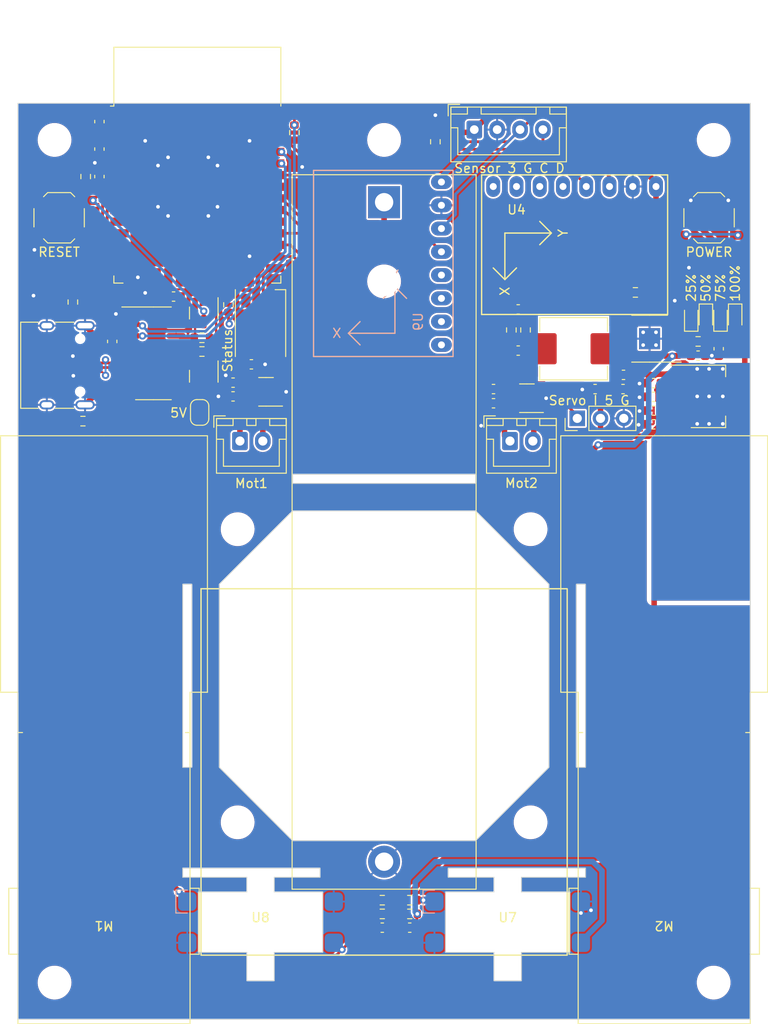
<source format=kicad_pcb>
(kicad_pcb (version 20221018) (generator pcbnew)
  (layers (0 "F.Cu" signal) (31 "B.Cu" signal) (34 "B.Paste" user) (35 "F.Paste" user) (36 "B.SilkS" user "B.Silkscreen") (37 "F.SilkS" user "F.Silkscreen") (38 "B.Mask" user) (39 "F.Mask" user) (44 "Edge.Cuts" user))
  (net 0 "")
  (net 1 "+3V3")
  (net 2 "GND")
  (net 3 "+5V")
  (net 5 "Net-(J1-PadA5)")
  (net 6 "PROG_EN")
  (net 8 "Net-(J1-PadB5)")
  (net 10 "Net-(C7-Pad1)")
  (net 11 "Net-(J3-Pad2)")
  (net 12 "Net-(Q1-Pad1)")
  (net 13 "/UD+")
  (net 18 "/UD-")
  (net 23 "SCL")
  (net 26 "SDA")
  (net 28 "Net-(J3-Pad1)")
  (net 29 "Net-(J5-Pad1)")
  (net 30 "Net-(J5-Pad2)")
  (net 33 "/DTR")
  (net 34 "PROG_IO0")
  (net 35 "Net-(Q2-Pad1)")
  (net 36 "SERVO1")
  (net 37 "/RTS")
  (net 43 "LED_RGB")
  (net 45 "/M1_1")
  (net 46 "/M1_2")
  (net 47 "/M2_1")
  (net 48 "/M2_2")
  (net 49 "PROG_TX")
  (net 50 "PROG_RX")
  (net 62 "Net-(R9-Pad2)")
  (net 63 "Net-(R10-Pad2)")
  (net 64 "COUPLER1")
  (net 65 "COUPLER2")
  (net 71 "+3V8")
  (net 72 "+5VP")
  (net 73 "Net-(C17-Pad1)")
  (net 74 "Net-(C19-Pad1)")
  (net 75 "Net-(D2-Pad1)")
  (net 76 "Net-(D2-Pad2)")
  (net 77 "Net-(D4-Pad2)")
  (net 78 "Net-(L1-Pad1)")
  (net 79 "Net-(R14-Pad1)")
  (net 80 "Net-(R14-Pad2)")
  (footprint "Jumper:SolderJumper-2_P1.3mm_Open_RoundedPad1.0x1.5mm" (layer "F.Cu") (at 39.85 53.75 -90)
    (fp_text reference "JP1" hide)
    (fp_text value "5V")
  )
  (footprint "Capacitor_SMD:C_0603_1608Metric" (layer "F.Cu") (at 94.3 47.55)
    (fp_text reference "C18" hide)
    (fp_text value "10u")
  )
  (footprint "Connector_JST:JST_XH_B2B-XH-A_1x02_P2.50mm_Vertical" (layer "F.Cu") (at 44.25 56.875)
    (fp_text reference "J3" hide)
    (fp_text value "Mot1")
  )
  (footprint "liebler_MECH:TT-Motor" (layer "F.Cu") (at 29.4 109.3 180)
    (fp_text reference "M1")
    (fp_text value "Motor_DC")
  )
  (footprint "RF_Module:ESP32-WROOM-32" (layer "F.Cu") (at 39.6 29.75)
    (fp_text reference "U1" hide)
    (fp_text value "ESP32-WROOM-32")
  )
  (footprint "Resistor_SMD:R_0603_1608Metric" (layer "F.Cu") (at 59.8 107 180)
    (fp_text reference "R10" hide)
    (fp_text value "k15" hide)
  )
  (footprint "Capacitor_SMD:C_0603_1608Metric" (layer "F.Cu") (at 28.9 28 -90)
    (fp_text reference "C2" hide)
    (fp_text value "u1")
  )
  (footprint "Capacitor_SMD:C_0603_1608Metric" (layer "F.Cu") (at 89.45 55.05 180)
    (fp_text reference "C4" hide)
    (fp_text value "22u")
  )
  (footprint "Capacitor_SMD:C_0603_1608Metric" (layer "F.Cu") (at 45.5 48.5)
    (fp_text reference "C6" hide)
    (fp_text value "u1")
  )
  (footprint "MountingHole:MountingHole_3.2mm_M3" (layer "F.Cu") (at 44 98.5 180)
    (fp_text reference "H2" hide)
    (fp_text value "MountingHole")
  )
  (footprint "liebler_OPTO:ITR9608_recessed" (layer "F.Cu") (at 46.5 109.4)
    (fp_text reference "U8")
    (fp_text value "ITR9608-F")
  )
  (footprint "Package_TO_SOT_SMD:SOT-23-6" (layer "F.Cu") (at 75.6 52.2 180)
    (fp_text reference "U6" hide)
    (fp_text value "MX116H")
  )
  (footprint "Capacitor_SMD:C_0603_1608Metric" (layer "F.Cu") (at 43.5 52 180)
    (fp_text reference "C11" hide)
    (fp_text value "22u")
  )
  (footprint "Capacitor_SMD:C_0603_1608Metric" (layer "F.Cu") (at 37 41.1 180)
    (fp_text reference "C8" hide)
    (fp_text value "u1")
  )
  (footprint "Connector_USB:USB_C_Receptacle_HRO_TYPE-C-31-M-12" (layer "F.Cu") (at 24.2 48.6 -90)
    (fp_text reference "J1" hide)
    (fp_text value "Prog")
  )
  (footprint "Capacitor_SMD:C_0603_1608Metric" (layer "F.Cu") (at 89.45 53.55 180)
    (fp_text reference "C9" hide)
    (fp_text value "1u")
  )
  (footprint "Capacitor_SMD:C_0603_1608Metric" (layer "F.Cu") (at 86.15 49.65 180)
    (fp_text reference "C23" hide)
    (fp_text value "22u")
  )
  (footprint "Capacitor_SMD:C_0603_1608Metric" (layer "F.Cu") (at 86.1 51.2 180)
    (fp_text reference "C22" hide)
    (fp_text value "22u")
  )
  (footprint "Package_TO_SOT_SMD:SOT-23-6" (layer "F.Cu") (at 47.1 51.5 180)
    (fp_text reference "U5" hide)
    (fp_text value "MX116H")
  )
  (footprint "Resistor_SMD:R_0603_1608Metric" (layer "F.Cu") (at 40.1 45.6 180)
    (fp_text reference "R4" hide)
    (fp_text value "10k")
  )
  (footprint "Package_TO_SOT_SMD:SOT-223-3_TabPin2" (layer "F.Cu") (at 95.4 52)
    (fp_text reference "U3" hide)
    (fp_text value "AMS1117")
  )
  (footprint "Button_Switch_SMD:SW_SPST_TL3342" (layer "F.Cu") (at 24.5 32.5)
    (fp_text reference "SW1" hide)
    (fp_text value "RESET")
  )
  (footprint "Resistor_SMD:R_0603_1608Metric" (layer "F.Cu") (at 50.2 23.2 -90)
    (fp_text reference "R6" hide)
    (fp_text value "5k1")
  )
  (footprint "LED_SMD:LED_0603_1608Metric" (layer "F.Cu") (at 96.75 43.4 90)
    (fp_text reference "D3" hide)
    (fp_text value "75%")
  )
  (footprint "LED_SMD:LED_0603_1608Metric" (layer "F.Cu") (at 98.35 43.4 -90)
    (fp_text reference "D2" hide)
    (fp_text value "100%")
  )
  (footprint "Resistor_SMD:R_0603_1608Metric" (layer "F.Cu") (at 59.8 108.5 180)
    (fp_text reference "R12" hide)
    (fp_text value "1k" hide)
  )
  (footprint "Resistor_SMD:R_0603_1608Metric" (layer "F.Cu") (at 62.8 107)
    (fp_text reference "R9" hide)
    (fp_text value "k15")
  )
  (footprint "LED_SMD:LED_WS2812B_PLCC4_5.0x5.0mm_P3.2mm" (layer "F.Cu") (at 46.5 44 90)
    (fp_text reference "D1" hide)
    (fp_text value "Status")
  )
  (footprint "Resistor_SMD:R_0603_1608Metric" (layer "F.Cu") (at 26 41.7 -90)
    (fp_text reference "R2" hide)
    (fp_text value "5k1")
  )
  (footprint "Resistor_SMD:R_0603_1608Metric" (layer "F.Cu") (at 87.45 40.65)
    (fp_text reference "R14" hide)
    (fp_text value "10k")
  )
  (footprint "MountingHole:MountingHole_3.2mm_M3" (layer "F.Cu") (at 24 116 180)
    (fp_text reference "H7" hide)
    (fp_text value "MountingHole")
  )
  (footprint "Capacitor_SMD:C_0603_1608Metric" (layer "F.Cu") (at 28.9 22 -90)
    (fp_text reference "C3" hide)
    (fp_text value "u1")
  )
  (footprint "MountingHole:MountingHole_3.2mm_M3" (layer "F.Cu") (at 76 66.5 180)
    (fp_text reference "H4" hide)
    (fp_text value "MountingHole")
  )
  (footprint "Connector_JST:JST_XH_B2B-XH-A_1x02_P2.50mm_Vertical" (layer "F.Cu") (at 73.75 56.875)
    (fp_text reference "J5" hide)
    (fp_text value "Mot2")
  )
  (footprint "Capacitor_SMD:C_0603_1608Metric" (layer "F.Cu") (at 89.45 50.55 180)
    (fp_text reference "C10" hide)
    (fp_text value "1u")
  )
  (footprint "Package_SO:HSOP-8-1EP_3.9x4.9mm_P1.27mm_EP2.3x2.3mm_ThermalVias" (layer "F.Cu") (at 89 45.7 180)
    (fp_text reference "U10" hide)
    (fp_text value "IP5306")
  )
  (footprint "liebler_OPTO:ITR9608_recessed" (layer "F.Cu") (at 73.5 109.4)
    (fp_text reference "U7")
    (fp_text value "ITR9608-F")
  )
  (footprint "Package_TO_SOT_SMD:SOT-23" (layer "F.Cu") (at 40.3 42.9 -90)
    (fp_text reference "Q2" hide)
    (fp_text value "BC817")
  )
  (footprint "MountingHole:MountingHole_3.2mm_M3" (layer "F.Cu") (at 76 98.5 180)
    (fp_text reference "H3" hide)
    (fp_text value "MountingHole")
  )
  (footprint "Resistor_SMD:R_0603_1608Metric" (layer "F.Cu") (at 94.3 46)
    (fp_text reference "R13" hide)
    (fp_text value "2R2")
  )
  (footprint "Capacitor_SMD:C_0603_1608Metric" (layer "F.Cu") (at 83.05 51.2)
    (fp_text reference "C20" hide)
    (fp_text value "22u")
  )
  (footprint "Resistor_SMD:R_0603_1608Metric" (layer "F.Cu") (at 43 42 90)
    (fp_text reference "R7" hide)
    (fp_text value "5k1")
  )
  (footprint "Battery:BatteryHolder_MPD_BH-18650-PC2" (layer "F.Cu") (at 60 30.8 -90)
    (fp_text reference "BT1" hide)
    (fp_text value "18650")
  )
  (footprint "LED_SMD:LED_0603_1608Metric" (layer "F.Cu") (at 93.55 43.4 90)
    (fp_text reference "D5" hide)
    (fp_text value "25%")
  )
  (footprint "Capacitor_SMD:C_0603_1608Metric" (layer "F.Cu") (at 71.95 52.75 180)
    (fp_text reference "C14" hide)
    (fp_text value "u1")
  )
  (footprint "Resistor_SMD:R_0603_1608Metric" (layer "F.Cu") (at 75.45 44.75 90)
    (fp_text reference "R16" hide)
    (fp_text value "1R")
  )
  (footprint "Package_TO_SOT_SMD:SOT-23" (layer "F.Cu") (at 40.3 49.8 -90)
    (fp_text reference "Q1" hide)
    (fp_text value "BC817")
  )
  (footprint "MountingHole:MountingHole_3.2mm_M3" (layer "F.Cu") (at 96 116 180)
    (fp_text reference "H6" hide)
    (fp_text value "MountingHole")
  )
  (footprint "LED_SMD:LED_0603_1608Metric" (layer "F.Cu") (at 95.15 43.4 -90)
    (fp_text reference "D4" hide)
    (fp_text value "50%")
  )
  (footprint "Capacitor_SMD:C_0603_1608Metric" (layer "F.Cu") (at 43.5 50.5 180)
    (fp_text reference "C13" hide)
    (fp_text value "u1")
  )
  (footprint "Capacitor_SMD:C_0603_1608Metric" (layer "F.Cu") (at 71.95 51.2 180)
    (fp_text reference "C12" hide)
    (fp_text value "22u")
  )
  (footprint "Capacitor_SMD:C_0603_1608Metric" (layer "F.Cu") (at 30.3 46 90)
    (fp_text reference "C7" hide)
    (fp_text value "u1")
  )
  (footprint "MountingHole:MountingHole_3.2mm_M3" (layer "F.Cu") (at 96 24 180)
    (fp_text reference "H5" hide)
    (fp_text value "MountingHole")
  )
  (footprint "MountingHole:MountingHole_3.2mm_M3" (layer "F.Cu") (at 60 24)
    (fp_text reference "H9" hide)
    (fp_text value "MountingHole")
  )
  (footprint "Capacitor_SMD:C_0603_1608Metric" (layer "F.Cu") (at 59.8 110 180)
    (fp_text reference "C16" hide)
    (fp_text value "u1" hide)
  )
  (footprint "Capacitor_SMD:C_0603_1608Metric" (layer "F.Cu") (at 62.8 110)
    (fp_text reference "C15" hide)
    (fp_text value "u1" hide)
  )
  (footprint "MountingHole:MountingHole_3.2mm_M3" (layer "F.Cu") (at 24 24 180)
    (fp_text reference "H8" hide)
    (fp_text value "MountingHole")
  )
  (footprint "liebler_MODULES:GY-521" (layer "F.Cu") (at 90.9725 27.8175 180)
    (fp_text reference "U4")
    (fp_text value "GY-521")
  )
  (footprint "Inductor_SMD:L_Abracon_ASPI-0630LR" (layer "F.Cu") (at 80.7 46.8 180)
    (fp_text reference "L1" hide)
    (fp_text value "1u")
  )
  (footprint "Package_SO:SOIC-16_3.9x9.9mm_P1.27mm" (layer "F.Cu") (at 34.8 47.3)
    (fp_text reference "U2" hide)
    (fp_text value "CH340C")
  )
  (footprint "Capacitor_SMD:C_0603_1608Metric" (layer "F.Cu") (at 74.65 47 180)
    (fp_text reference "C21" hide)
    (fp_text value "22u")
  )
  (footprint "liebler_MECH:TT-Motor" (layer "F.Cu") (at 90.6 109.3 180)
    (fp_text reference "M2")
    (fp_text value "Motor_DC")
  )
  (footprint "Resistor_SMD:R_0603_1608Metric" (layer "F.Cu") (at 27.1 54.7 180)
    (fp_text reference "R3" hide)
    (fp_text value "5k1")
  )
  (footprint "Resistor_SMD:R_0603_1608Metric" (layer "F.Cu") (at 62.8 108.5)
    (fp_text reference "R11" hide)
    (fp_text value "1k")
  )
  (footprint "Resistor_SMD:R_0603_1608Metric" (layer "F.Cu") (at 65.6 24.2 -90)
    (fp_text reference "R8" hide)
    (fp_text value "5k1")
  )
  (footprint "Resistor_SMD:R_0603_1608Metric" (layer "F.Cu") (at 40.1 47.1 180)
    (fp_text reference "R5" hide)
    (fp_text value "10k")
  )
  (footprint "Resistor_SMD:R_0603_1608Metric" (layer "F.Cu") (at 27.4 28 90)
    (fp_text reference "R1" hide)
    (fp_text value "1k")
  )
  (footprint "Capacitor_SMD:C_0603_1608Metric" (layer "F.Cu") (at 74.65 42.5 180)
    (fp_text reference "C19" hide)
    (fp_text value "22u")
  )
  (footprint "Button_Switch_SMD:SW_SPST_TL3342" (layer "F.Cu") (at 95.5 32.5)
    (fp_text reference "SW2" hide)
    (fp_text value "POWER")
  )
  (footprint "Connector_JST:JST_XH_B4B-XH-A_1x04_P2.50mm_Vertical" (layer "F.Cu") (at 69.85 22.875)
    (fp_text reference "J2" hide)
    (fp_text value "Sensor 3 G C D")
  )
  (footprint "Connector_PinHeader_2.54mm:PinHeader_1x03_P2.54mm_Vertical" (layer "F.Cu") (at 81.1 54.4 90)
    (fp_text reference "J4" hide)
    (fp_text value "Servo I 5 G")
  )
  (footprint "Resistor_SMD:R_0603_1608Metric" (layer "F.Cu") (at 73.9 44.75 90)
    (fp_text reference "R17" hide)
    (fp_text value "1R")
  )
  (footprint "Capacitor_SMD:C_0603_1608Metric" (layer "F.Cu") (at 89.45 52.05 180)
    (fp_text reference "C5" hide)
    (fp_text value "22u")
  )
  (footprint "Capacitor_SMD:C_0603_1608Metric" (layer "F.Cu") (at 28.9 25 -90)
    (fp_text reference "C1" hide)
    (fp_text value "22u")
  )
  (footprint "MountingHole:MountingHole_3.2mm_M3" (layer "F.Cu") (at 44 66.5 180)
    (fp_text reference "H1" hide)
    (fp_text value "MountingHole")
  )
  (footprint "Capacitor_SMD:C_0603_1608Metric" (layer "F.Cu") (at 96.55 46.8 -90)
    (fp_text reference "C17" hide)
    (fp_text value "10u")
  )
  (footprint "liebler_MODULES:GY-521" (layer "B.Cu") (at 67.5325 27.3275 -90)
    (fp_text reference "U9")
    (fp_text value "GY-521")
  )
  (gr_rect (start 40 73) (end 80 113) (stroke (width 0.15)) (fill none) (layer "F.SilkS"))
  (gr_line (start 53.3 106.1) (end 53.3 112.7) (stroke (width 0.1)) (layer "Edge.Cuts"))
  (gr_line (start 78 72.5) (end 70 64.5) (stroke (width 0.1)) (layer "Edge.Cuts"))
  (gr_line (start 67 103.5) (end 82 103.5) (stroke (width 0.1)) (layer "Edge.Cuts"))
  (gr_line (start 45 104.5) (end 45 106.1) (stroke (width 0.1)) (layer "Edge.Cuts"))
  (gr_line (start 48 106.1) (end 48 104.5) (stroke (width 0.1)) (layer "Edge.Cuts"))
  (gr_line (start 72 104.5) (end 72 106.1) (stroke (width 0.1)) (layer "Edge.Cuts"))
  (gr_line (start 75 112.7) (end 75 115.8) (stroke (width 0.1)) (layer "Edge.Cuts"))
  (gr_line (start 50 64.5) (end 42 72.5) (stroke (width 0.1)) (layer "Edge.Cuts"))
  (gr_line (start 45 112.7) (end 39.7 112.7) (stroke (width 0.1)) (layer "Edge.Cuts"))
  (gr_line (start 75 104.5) (end 75 106.1) (stroke (width 0.1)) (layer "Edge.Cuts"))
  (gr_line (start 48 115.8) (end 45 115.8) (stroke (width 0.1)) (layer "Edge.Cuts"))
  (gr_line (start 53 104.5) (end 53 103.5) (stroke (width 0.1)) (layer "Edge.Cuts"))
  (gr_rect (start 38 72.5) (end 39 92.5) (stroke (width 0.1)) (fill none) (layer "Edge.Cuts"))
  (gr_line (start 72 104.5) (end 67 104.5) (stroke (width 0.1)) (layer "Edge.Cuts"))
  (gr_line (start 70 64.5) (end 50 64.5) (stroke (width 0.1)) (layer "Edge.Cuts"))
  (gr_line (start 48 112.7) (end 48 115.8) (stroke (width 0.1)) (layer "Edge.Cuts"))
  (gr_line (start 39.7 106.1) (end 45 106.1) (stroke (width 0.1)) (layer "Edge.Cuts"))
  (gr_line (start 38 103.5) (end 38 104.5) (stroke (width 0.1)) (layer "Edge.Cuts"))
  (gr_line (start 38 104.5) (end 45 104.5) (stroke (width 0.1)) (layer "Edge.Cuts"))
  (gr_line (start 45 115.8) (end 45 112.7) (stroke (width 0.1)) (layer "Edge.Cuts"))
  (gr_rect (start 20 20) (end 100 120) (stroke (width 0.1)) (fill none) (layer "Edge.Cuts"))
  (gr_line (start 50 100.5) (end 70 100.5) (stroke (width 0.1)) (layer "Edge.Cuts"))
  (gr_line (start 48 106.1) (end 53.3 106.1) (stroke (width 0.1)) (layer "Edge.Cuts"))
  (gr_line (start 53 103.5) (end 38 103.5) (stroke (width 0.1)) (layer "Edge.Cuts"))
  (gr_rect (start 50 60.5) (end 70 61.5) (stroke (width 0.1)) (fill none) (layer "Edge.Cuts"))
  (gr_line (start 42 72.5) (end 42 92.5) (stroke (width 0.1)) (layer "Edge.Cuts"))
  (gr_line (start 39.7 112.7) (end 39.7 106.1) (stroke (width 0.1)) (layer "Edge.Cuts"))
  (gr_line (start 67 104.5) (end 67 103.5) (stroke (width 0.1)) (layer "Edge.Cuts"))
  (gr_line (start 80.3 112.7) (end 75 112.7) (stroke (width 0.1)) (layer "Edge.Cuts"))
  (gr_line (start 72 115.8) (end 72 112.7) (stroke (width 0.1)) (layer "Edge.Cuts"))
  (gr_line (start 82 104.5) (end 75 104.5) (stroke (width 0.1)) (layer "Edge.Cuts"))
  (gr_line (start 82 103.5) (end 82 104.5) (stroke (width 0.1)) (layer "Edge.Cuts"))
  (gr_line (start 66.7 112.7) (end 66.7 106.1) (stroke (width 0.1)) (layer "Edge.Cuts"))
  (gr_line (start 78 92.5) (end 78 72.5) (stroke (width 0.1)) (layer "Edge.Cuts"))
  (gr_line (start 48 104.5) (end 53 104.5) (stroke (width 0.1)) (layer "Edge.Cuts"))
  (gr_rect (start 81 72.5) (end 82 92.5) (stroke (width 0.1)) (fill none) (layer "Edge.Cuts"))
  (gr_line (start 75 106.1) (end 80.3 106.1) (stroke (width 0.1)) (layer "Edge.Cuts"))
  (gr_line (start 66.7 106.1) (end 72 106.1) (stroke (width 0.1)) (layer "Edge.Cuts"))
  (gr_line (start 75 115.8) (end 72 115.8) (stroke (width 0.1)) (layer "Edge.Cuts"))
  (gr_line (start 72 112.7) (end 66.7 112.7) (stroke (width 0.1)) (layer "Edge.Cuts"))
  (gr_line (start 80.3 106.1) (end 80.3 112.7) (stroke (width 0.1)) (layer "Edge.Cuts"))
  (gr_line (start 53.3 112.7) (end 48 112.7) (stroke (width 0.1)) (layer "Edge.Cuts"))
  (gr_line (start 70 100.5) (end 78 92.5) (stroke (width 0.1)) (layer "Edge.Cuts"))
  (gr_line (start 42 92.5) (end 50 100.5) (stroke (width 0.1)) (layer "Edge.Cuts"))
  (segment (start 99.3 53.2) (end 99.3 63.8) (width 0.6) (layer "F.Cu") (net 1))
  (segment (start 27.4 25.725) (end 27.4 27.175) (width 0.3) (layer "F.Cu") (net 1))
  (segment (start 28.91 22.765) (end 28.9 22.775) (width 0.6) (layer "F.Cu") (net 1))
  (segment (start 60.625 108.5) (end 60.625 109.95) (width 0.6) (layer "F.Cu") (net 1))
  (segment (start 62 107) (end 61.975 107) (width 0.6) (layer "F.Cu") (net 1))
  (segment (start 90.55 32.55) (end 89.7025 31.7025) (width 0.6) (layer "F.Cu") (net 1))
  (segment (start 71.975 20.75) (end 69.85 22.875) (width 0.6) (layer "F.Cu") (net 1))
  (segment (start 87.2 102.4) (end 66.6 102.4) (width 0.6) (layer "F.Cu") (net 1))
  (segment (start 62.97 20.545) (end 50.345 20.545) (width 0.6) (layer "F.Cu") (net 1))
  (segment (start 98.1 52) (end 99.3 53.2) (width 0.6) (layer "F.Cu") (net 1))
  (segment (start 92.25 52) (end 90.275 52) (width 0.6) (layer "F.Cu") (net 1))
  (segment (start 61.975 108.5) (end 61.975 109.95) (width 0.6) (layer "F.Cu") (net 1))
  (segment (start 98.1 52) (end 97 52) (width 0.6) (layer "F.Cu") (net 1))
  (segment (start 93.55 32.55) (end 90.55 32.55) (width 0.6) (layer "F.Cu") (net 1))
  (segment (start 99.4 38.4) (end 93.55 32.55) (width 0.6) (layer "F.Cu") (net 1))
  (segment (start 50.2 22.375) (end 50.2 20.69) (width 0.3) (layer "F.Cu") (net 1))
  (segment (start 90.275 52) (end 90.225 52.05) (width 0.6) (layer "F.Cu") (net 1))
  (segment (start 69.55 23.175) (end 69.85 22.875) (width 0.6) (layer "F.Cu") (net 1))
  (segment (start 28.9 24.225) (end 27.4 25.725) (width 0.3) (layer "F.Cu") (net 1))
  (segment (start 32.065 22.765) (end 31.1 22.765) (width 0.6) (layer "F.Cu") (net 1))
  (segment (start 60.625 108.5) (end 60.625 107) (width 0.6) (layer "F.Cu") (net 1))
  (segment (start 90.1375 29.0875) (end 81.8 20.75) (width 0.6) (layer "F.Cu") (net 1))
  (segment (start 50.345 20.545) (end 34.285 20.545) (width 0.6) (layer "F.Cu") (net 1))
  (segment (start 60.625 109.95) (end 60.575 110) (width 0.6) (layer "F.Cu") (net 1))
  (segment (start 99.4 50.7) (end 99.4 38.4) (width 0.6) (layer "F.Cu") (net 1))
  (segment (start 66.6 102.4) (end 62 107) (width 0.6) (layer "F.Cu") (net 1))
  (segment (start 97 52) (end 95.5 52) (width 0.6) (layer "F.Cu") (net 1))
  (segment (start 90.225 50.55) (end 90.225 52.05) (width 0.6) (layer "F.Cu") (net 1))
  (segment (start 89.5 73.6) (end 89.5 100.1) (width 0.6) (layer "F.Cu") (net 1))
  (segment (start 93.9 52) (end 91.8 52) (width 0.6) (layer "F.Cu") (net 1))
  (segment (start 65.6 23.175) (end 69.55 23.175) (width 0.6) (layer "F.Cu") (net 1))
  (segment (start 95.5 52) (end 93.9 52) (width 0.6) (layer "F.Cu") (net 1))
  (segment (start 43 42.825) (end 43 44) (width 0.3) (layer "F.Cu") (net 1))
  (segment (start 81.8 20.75) (end 72.9 20.75) (width 0.6) (layer "F.Cu") (net 1))
  (segment (start 99.3 63.8) (end 89.5 73.6) (width 0.6) (layer "F.Cu") (net 1))
  (segment (start 61.975 109.95) (end 62.025 110) (width 0.6) (layer "F.Cu") (net 1))
  (segment (start 61.975 108.5) (end 61.975 107) (width 0.6) (layer "F.Cu") (net 1))
  (segment (start 28.9 24.225) (end 28.9 22.775) (width 0.6) (layer "F.Cu") (net 1))
  (segment (start 89.7025 31.7025) (end 89.7025 29.0875) (width 0.6) (layer "F.Cu") (net 1))
  (segment (start 72.9 20.75) (end 71.975 20.75) (width 0.6) (layer "F.Cu") (net 1))
  (segment (start 89.5 100.1) (end 87.2 102.4) (width 0.6) (layer "F.Cu") (net 1))
  (segment (start 34.285 20.545) (end 32.065 22.765) (width 0.6) (layer "F.Cu") (net 1))
  (segment (start 50.2 20.69) (end 50.345 20.545) (width 0.3) (layer "F.Cu") (net 1))
  (segment (start 98.1 52) (end 99.4 50.7) (width 0.6) (layer "F.Cu") (net 1))
  (segment (start 61.975 107) (end 60.625 107) (width 0.6) (layer "F.Cu") (net 1))
  (segment (start 65.6 23.175) (end 62.97 20.545) (width 0.6) (layer "F.Cu") (net 1))
  (segment (start 31.1 22.765) (end 28.91 22.765) (width 0.6) (layer "F.Cu") (net 1))
  (segment (start 43 44) (end 43.079977 44.079977) (width 0.3) (layer "F.Cu") (net 1))
  (via (at 43.079977 44.079977) (size 0.8) (drill 0.4) (layers "F.Cu" "B.Cu") (net 1))
  (via (at 94.2 52) (size 0.8) (drill 0.4) (layers "F.Cu" "B.Cu") (net 1))
  (via (at 94.2 49) (size 0.8) (drill 0.4) (layers "F.Cu" "B.Cu") (net 1))
  (via (at 95.5 55) (size 0.8) (drill 0.4) (layers "F.Cu" "B.Cu") (net 1))
  (via (at 95.5 52) (size 0.8) (drill 0.4) (layers "F.Cu" "B.Cu") (net 1))
  (via (at 50.2 22.375) (size 0.8) (drill 0.4) (layers "F.Cu" "B.Cu") (net 1))
  (via (at 94.2 55) (size 0.8) (drill 0.4) (layers "F.Cu" "B.Cu") (net 1))
  (via (at 97 52) (size 0.8) (drill 0.4) (layers "F.Cu" "B.Cu") (net 1))
  (via (at 97 49) (size 0.8) (drill 0.4) (layers "F.Cu" "B.Cu") (net 1))
  (via (at 95.5 49) (size 0.8) (drill 0.4) (layers "F.Cu" "B.Cu") (net 1))
  (via (at 97 55) (size 0.8) (drill 0.4) (layers "F.Cu" "B.Cu") (net 1))
  (segment (start 50.2 36.607106) (end 50.2 22.375) (width 0.3) (layer "B.Cu") (net 1))
  (segment (start 43.079977 44.079977) (end 43.079977 43.727129) (width 0.3) (layer "B.Cu") (net 1))
  (segment (start 69.85 24.455762) (end 66.2625 28.043262) (width 0.6) (layer "B.Cu") (net 1))
  (segment (start 69.85 22.875) (end 69.85 24.455762) (width 0.6) (layer "B.Cu") (net 1))
  (segment (start 43.079977 43.727129) (end 50.2 36.607106) (width 0.3) (layer "B.Cu") (net 1))
  (segment (start 66.2625 28.043262) (end 66.2625 28.5975) (width 0.6) (layer "B.Cu") (net 1))
  (segment (start 28.245 45.35) (end 28.245 45.195) (width 0.6) (layer "F.Cu") (net 2))
  (segment (start 92.25 49.7) (end 92.125 49.575) (width 0.6) (layer "F.Cu") (net 2))
  (segment (start 92.125 49.575) (end 89.65 49.575) (width 0.6) (layer "F.Cu") (net 2))
  (segment (start 28.245 45.195) (end 27.33 44.28) (width 0.6) (layer "F.Cu") (net 2))
  (segment (start 96.55 47.575) (end 95.825 47.575) (width 0.6) (layer "F.Cu") (net 2))
  (segment (start 95.825 47.575) (end 95.8 47.55) (width 0.6) (layer "F.Cu") (net 2))
  (segment (start 95.075 47.55) (end 95.8 47.55) (width 0.6) (layer "F.Cu") (net 2))
  (segment (start 89.65 49.575) (end 88.675 50.55) (width 0.6) (layer "F.Cu") (net 2))
  (segment (start 28.245 51.85) (end 28.245 52.005) (width 0.6) (layer "F.Cu") (net 2))
  (segment (start 28.245 52.005) (end 27.33 52.92) (width 0.6) (layer "F.Cu") (net 2))
  (via (at 35.3 31.3) (size 0.8) (drill 0.4) (layers "F.Cu" "B.Cu") (net 2))
  (via (at 40.8 32.3) (size 0.8) (drill 0.4) (layers "F.Cu" "B.Cu") (net 2))
  (via (at 40.8 25.9) (size 0.8) (drill 0.4) (layers "F.Cu" "B.Cu") (net 2))
  (via (at 47 48.5) (size 0.8) (drill 0.4) (layers "F.Cu" "B.Cu") (net 2))
  (via (at 42.7 49.7) (size 0.8) (drill 0.4) (layers "F.Cu" "B.Cu") (net 2))
  (via (at 33.9 24.1) (size 0.8) (drill 0.4) (layers "F.Cu" "B.Cu") (net 2))
  (via (at 41.9 52) (size 0.8) (drill 0.4) (layers "F.Cu" "B.Cu") (net 2))
  (via (at 41.8 31.3) (size 0.8) (drill 0.4) (layers "F.Cu" "B.Cu") (net 2))
  (via (at 65.6 21.3) (size 0.8) (drill 0.4) (layers "F.Cu" "B.Cu") (net 2))
  (via (at 30.7 43) (size 0.8) (drill 0.4) (layers "F.Cu" "B.Cu") (net 2))
  (via (at 87.8 55.1) (size 0.8) (drill 0.4) (layers "F.Cu" "B.Cu") (net 2))
  (via (at 41.8 26.8) (size 0.8) (drill 0.4) (layers "F.Cu" "B.Cu") (net 2))
  (via (at 26 47.6) (size 0.8) (drill 0.4) (layers "F.Cu" "B.Cu") (net 2))
  (via (at 45.3 36.7) (size 0.8) (drill 0.4) (layers "F.Cu" "B.Cu") (net 2))
  (via (at 28.4 26.5) (size 0.8) (drill 0.4) (layers "F.Cu" "B.Cu") (net 2))
  (via (at 45.3 24.1) (size 0.8) (drill 0.4) (layers "F.Cu" "B.Cu") (net 2))
  (via (at 21.8 36) (size 0.8) (drill 0.4) (layers "F.Cu" "B.Cu") (net 2))
  (via (at 49.3 51.5) (size 0.8) (drill 0.4) (layers "F.Cu" "B.Cu") (net 2))
  (via (at 93.5 30.6) (size 0.8) (drill 0.4) (layers "F.Cu" "B.Cu") (net 2))
  (via (at 70.6 55.2) (size 0.8) (drill 0.4) (layers "F.Cu" "B.Cu") (net 2))
  (via (at 77.7 52.2) (size 0.8) (drill 0.4) (layers "F.Cu" "B.Cu") (net 2))
  (via (at 81.65 51.25) (size 0.8) (drill 0.4) (layers "F.Cu" "B.Cu") (net 2))
  (via (at 33.9 40.7) (size 0.8) (drill 0.4) (layers "F.Cu" "B.Cu") (net 2))
  (via (at 36.4 32.3) (size 0.8) (drill 0.4) (layers "F.Cu" "B.Cu") (net 2))
  (via (at 36.4 25.9) (size 0.8) (drill 0.4) (layers "F.Cu" "B.Cu") (net 2))
  (via (at 97.6 30.6) (size 0.8) (drill 0.4) (layers "F.Cu" "B.Cu") (net 2))
  (via (at 82.6 108.1) (size 0.8) (drill 0.4) (layers "F.Cu" "B.Cu") (net 2))
  (via (at 35.3 26.8) (size 0.8) (drill 0.4) (layers "F.Cu" "B.Cu") (net 2))
  (via (at 91.75 41.55) (size 0.8) (drill 0.4) (layers "F.Cu" "B.Cu") (net 2))
  (via (at 51.05 26.95) (size 0.8) (drill 0.4) (layers "F.Cu" "B.Cu") (net 2))
  (via (at 81.5 108.4) (size 0.8) (drill 0.4) (layers "F.Cu" "B.Cu") (net 2))
  (via (at 87.9 52.1) (size 0.8) (drill 0.4) (layers "F.Cu" "B.Cu") (net 2))
  (via (at 21.7 41) (size 0.8) (drill 0.4) (layers "F.Cu" "B.Cu") (net 2))
  (via (at 87.9 53.6) (size 0.8) (drill 0.4) (layers "F.Cu" "B.Cu") (net 2))
  (via (at 95.8 47.55) (size 0.8) (drill 0.4) (layers "F.Cu" "B.Cu") (net 2))
  (via (at 87.9 50.6) (size 0.8) (drill 0.4) (layers "F.Cu" "B.Cu") (net 2))
  (via (at 93.3 37.95) (size 0.8) (drill 0.4) (layers "F.Cu" "B.Cu") (net 2))
  (via (at 33.1 39) (size 0.8) (drill 0.4) (layers "F.Cu" "B.Cu") (net 2))
  (via (at 26.05 49.75) (size 0.8) (drill 0.4) (layers "F.Cu" "B.Cu") (net 2))
  (segment (start 42.9 58.45) (end 43.35 58.9) (width 0.6) (layer "F.Cu") (net 3))
  (segment (start 85.375 49.65) (end 85.375 49.425) (width 0.6) (layer "F.Cu") (net 3))
  (segment (start 86.245 47.605) (end 86.525 47.605) (width 0.6) (layer "F.Cu") (net 3))
  (segment (start 85.325 51.2) (end 83.825 51.2) (width 0.6) (layer "F.Cu") (net 3))
  (segment (start 73.275 52.2) (end 72.725 52.75) (width 0.6) (layer "F.Cu") (net 3))
  (segment (start 72.25 56.4) (end 72.25 53.225) (width 0.6) (layer "F.Cu") (net 3))
  (segment (start 72.25 53.225) (end 72.725 52.75) (width 0.6) (layer "F.Cu") (net 3))
  (segment (start 72.25 56.4) (end 72.25 58.85) (width 0.6) (layer "F.Cu") (net 3))
  (segment (start 83.64 51.385) (end 83.825 51.2) (width 0.6) (layer "F.Cu") (net 3))
  (segment (start 85.325 51.2) (end 85.325 49.7) (width 0.6) (layer "F.Cu") (net 3))
  (segment (start 73.725 52.2) (end 72.725 51.2) (width 0.6) (layer "F.Cu") (net 3))
  (segment (start 44.275 48.95) (end 44.725 48.5) (width 0.6) (layer "F.Cu") (net 3))
  (segment (start 44.775 51.5) (end 44.275 52) (width 0.6) (layer "F.Cu") (net 3))
  (segment (start 83.64 54.4) (end 83.64 51.385) (width 0.6) (layer "F.Cu") (net 3))
  (segment (start 40.05 53.3) (end 42.975 53.3) (width 0.6) (layer "F.Cu") (net 3))
  (segment (start 85.85 48.95) (end 85.85 48) (width 0.6) (layer "F.Cu") (net 3))
  (segment (start 72.3 58.9) (end 80.5 58.9) (width 0.6) (layer "F.Cu") (net 3))
  (segment (start 90.225 54.175) (end 90.225 55.05) (width 0.6) (layer "F.Cu") (net 3))
  (segment (start 44.275 50.5) (end 44.275 52) (width 0.6) (layer "F.Cu") (net 3))
  (segment (start 44.725 46.625) (end 44.9 46.45) (width 0.6) (layer "F.Cu") (net 3))
  (segment (start 92.25 54.3) (end 90.35 54.3) (width 0.6) (layer "F.Cu") (net 3))
  (segment (start 42.9 53.375) (end 42.9 58.45) (width 0.6) (layer "F.Cu") (net 3))
  (segment (start 44.725 48.5) (end 44.725 46.625) (width 0.6) (layer "F.Cu") (net 3))
  (segment (start 45.9625 51.5) (end 44.775 51.5) (width 0.6) (layer "F.Cu") (net 3))
  (segment (start 85.59 56.35) (end 88.925 56.35) (width 0.6) (layer "F.Cu") (net 3))
  (segment (start 44.275 50.5) (end 44.275 48.95) (width 0.6) (layer "F.Cu") (net 3))
  (segment (start 80.5 58.9) (end 83.05 56.35) (width 0.6) (layer "F.Cu") (net 3))
  (segment (start 85.375 49.425) (end 85.85 48.95) (width 0.6) (layer "F.Cu") (net 3))
  (segment (start 39.85 53.1) (end 40.05 53.3) (width 0.6) (layer "F.Cu") (net 3))
  (segment (start 42.975 53.3) (end 43.3875 52.8875) (width 0.6) (layer "F.Cu") (net 3))
  (segment (start 83.05 56.35) (end 83.64 55.76) (width 0.6) (layer "F.Cu") (net 3))
  (segment (start 85.325 49.7) (end 85.375 49.65) (width 0.6) (layer "F.Cu") (net 3))
  (segment (start 72.25 58.85) (end 72.3 58.9) (width 0.6) (layer "F.Cu") (net 3))
  (segment (start 85.59 56.35) (end 83.05 56.35) (width 0.6) (layer "F.Cu") (net 3))
  (segment (start 90.35 54.3) (end 90.225 54.175) (width 0.6) (layer "F.Cu") (net 3))
  (segment (start 88.925 56.35) (end 90.225 55.05) (width 0.6) (layer "F.Cu") (net 3))
  (segment (start 90.225 53.55) (end 90.225 54.175) (width 0.6) (layer "F.Cu") (net 3))
  (segment (start 85.85 48) (end 86.245 47.605) (width 0.6) (layer "F.Cu") (net 3))
  (segment (start 43.35 58.9) (end 72.3 58.9) (width 0.6) (layer "F.Cu") (net 3))
  (segment (start 83.64 55.76) (end 83.64 54.4) (width 0.6) (layer "F.Cu") (net 3))
  (segment (start 43.3875 52.8875) (end 44.275 52) (width 0.6) (layer "F.Cu") (net 3))
  (segment (start 74.4625 52.2) (end 73.275 52.2) (width 0.6) (layer "F.Cu") (net 3))
  (segment (start 43.3875 52.8875) (end 42.9 53.375) (width 0.6) (layer "F.Cu") (net 3))
  (segment (start 74.4625 52.2) (end 73.725 52.2) (width 0.6) (layer "F.Cu") (net 3))
  (segment (start 28.245 47.35) (end 27.05 47.35) (width 0.3) (layer "F.Cu") (net 5))
  (segment (start 25.7 42.775) (end 25.975 42.5) (width 0.3) (layer "F.Cu") (net 5))
  (segment (start 25.7 46) (end 25.7 42.775) (width 0.3) (layer "F.Cu") (net 5))
  (segment (start 27.05 47.35) (end 25.7 46) (width 0.3) (layer "F.Cu") (net 5))
  (segment (start 28.75 28.925) (end 28.75 30.05) (width 0.3) (layer "F.Cu") (net 6))
  (segment (start 28.2 30.6) (end 22.25 30.6) (width 0.3) (layer "F.Cu") (net 6))
  (segment (start 28.9 28.775) (end 28.75 28.925) (width 0.3) (layer "F.Cu") (net 6))
  (segment (start 29.75 27.925) (end 28.9 28.775) (width 0.3) (layer "F.Cu") (net 6))
  (segment (start 27.45 28.775) (end 27.4 28.825) (width 0.3) (layer "F.Cu") (net 6))
  (segment (start 28.75 30.05) (end 28.2 30.6) (width 0.3) (layer "F.Cu") (net 6))
  (segment (start 30.378173 24.035) (end 29.75 24.663173) (width 0.3) (layer "F.Cu") (net 6))
  (segment (start 29.75 24.663173) (end 29.75 27.925) (width 0.3) (layer "F.Cu") (net 6))
  (segment (start 31.1 24.035) (end 30.378173 24.035) (width 0.3) (layer "F.Cu") (net 6))
  (segment (start 28.9 28.775) (end 27.45 28.775) (width 0.3) (layer "F.Cu") (net 6))
  (segment (start 40.3 43.8375) (end 40.3 42.7) (width 0.3) (layer "F.Cu") (net 6))
  (via (at 28.2 30.6) (size 0.8) (drill 0.4) (layers "F.Cu" "B.Cu") (net 6))
  (via (at 40.3 42.7) (size 0.8) (drill 0.4) (layers "F.Cu" "B.Cu") (net 6))
  (segment (start 28.2 30.6) (end 40.3 42.7) (width 0.3) (layer "B.Cu") (net 6))
  (segment (start 25.9 51.2) (end 25.9 54.325) (width 0.3) (layer "F.Cu") (net 8))
  (segment (start 26.75 50.35) (end 25.9 51.2) (width 0.3) (layer "F.Cu") (net 8))
  (segment (start 28.245 50.35) (end 26.75 50.35) (width 0.3) (layer "F.Cu") (net 8))
  (segment (start 25.9 54.325) (end 26.275 54.7) (width 0.3) (layer "F.Cu") (net 8))
  (segment (start 32.325 46.665) (end 30.41 46.665) (width 0.25) (layer "F.Cu") (net 10))
  (segment (start 30.41 46.665) (end 30.3 46.775) (width 0.25) (layer "F.Cu") (net 10))
  (segment (start 46.75 56.875) (end 46.75 55.6) (width 0.6) (layer "F.Cu") (net 11))
  (segment (start 47.2 53.1) (end 47.85 52.45) (width 0.6) (layer "F.Cu") (net 11))
  (segment (start 47.85 52.45) (end 48.2375 52.45) (width 0.6) (layer "F.Cu") (net 11))
  (segment (start 47.2 55.15) (end 47.2 53.1) (width 0.6) (layer "F.Cu") (net 11))
  (segment (start 46.75 55.6) (end 47.2 55.15) (width 0.6) (layer "F.Cu") (net 11))
  (segment (start 40.2 47.8125) (end 41.25 48.8625) (width 0.25) (layer "F.Cu") (net 12))
  (segment (start 40.2 46.325) (end 40.2 47.8125) (width 0.25) (layer "F.Cu") (net 12))
  (segment (start 40.925 45.6) (end 40.2 46.325) (width 0.25) (layer "F.Cu") (net 12))
  (segment (start 29.45 48.35) (end 31.91 48.35) (width 0.2) (layer "F.Cu") (net 13))
  (segment (start 31.91 48.35) (end 32.325 47.935) (width 0.3) (layer "F.Cu") (net 13))
  (segment (start 28.245 48.35) (end 31.91 48.35) (width 0.3) (layer "F.Cu") (net 13))
  (segment (start 29.45 48.119502) (end 29.569502 48) (width 0.2) (layer "F.Cu") (net 13))
  (segment (start 28.245 48.35) (end 29.45 48.35) (width 0.2) (layer "F.Cu") (net 13))
  (segment (start 29.45 48.35) (end 29.45 48.119502) (width 0.2) (layer "F.Cu") (net 13))
  (segment (start 29.569502 49.7) (end 29.219502 49.35) (width 0.2) (layer "F.Cu") (net 13))
  (segment (start 29.219502 49.35) (end 28.245 49.35) (width 0.2) (layer "F.Cu") (net 13))
  (via (at 29.569502 49.7) (size 0.8) (drill 0.4) (layers "F.Cu" "B.Cu") (net 13))
  (via (at 29.569502 48) (size 0.8) (drill 0.4) (layers "F.Cu" "B.Cu") (net 13))
  (segment (start 29.569502 49.7) (end 29.569502 48) (width 0.2) (layer "B.Cu") (net 13))
  (segment (start 28.245 48.85) (end 31.97 48.85) (width 0.3) (layer "F.Cu") (net 18))
  (segment (start 27.1 48) (end 27.1 48.7) (width 0.3) (layer "F.Cu") (net 18))
  (segment (start 28.245 47.85) (end 27.25 47.85) (width 0.3) (layer "F.Cu") (net 18))
  (segment (start 27.25 47.85) (end 27.1 48) (width 0.3) (layer "F.Cu") (net 18))
  (segment (start 27.25 48.85) (end 28.245 48.85) (width 0.3) (layer "F.Cu") (net 18))
  (segment (start 31.97 48.85) (end 32.325 49.205) (width 0.3) (layer "F.Cu") (net 18))
  (segment (start 27.1 48.7) (end 27.25 48.85) (width 0.3) (layer "F.Cu") (net 18))
  (segment (start 64.8 24.2) (end 73.525 24.2) (width 0.3) (layer "F.Cu") (net 23))
  (segment (start 49.4 24.035) (end 49.41 24.025) (width 0.3) (layer "F.Cu") (net 23))
  (segment (start 73.525 24.2) (end 74.85 22.875) (width 0.3) (layer "F.Cu") (net 23))
  (segment (start 76.4 21.4) (end 78 21.4) (width 0.3) (layer "F.Cu") (net 23))
  (segment (start 85.0725 28.4725) (end 85.0725 29.0875) (width 0.3) (layer "F.Cu") (net 23))
  (segment (start 78 21.4) (end 85.0725 28.4725) (width 0.3) (layer "F.Cu") (net 23))
  (segment (start 61.655 27.345) (end 64.8 24.2) (width 0.3) (layer "F.Cu") (net 23))
  (segment (start 49.41 24.025) (end 50.2 24.025) (width 0.3) (layer "F.Cu") (net 23))
  (segment (start 48.1 24.035) (end 49.335 24.035) (width 0.3) (layer "F.Cu") (net 23))
  (segment (start 48.1 24.035) (end 49.4 24.035) (width 0.3) (layer "F.Cu") (net 23))
  (segment (start 49.335 24.035) (end 52.645 27.345) (width 0.3) (layer "F.Cu") (net 23))
  (segment (start 74.85 22.875) (end 74.925 22.875) (width 0.3) (layer "F.Cu") (net 23))
  (segment (start 74.925 22.875) (end 76.4 21.4) (width 0.3) (layer "F.Cu") (net 23))
  (segment (start 52.645 27.345) (end 61.655 27.345) (width 0.3) (layer "F.Cu") (net 23))
  (segment (start 67.8 32.14) (end 67.8 29.925) (width 0.3) (layer "B.Cu") (net 23))
  (segment (start 67.8 29.925) (end 74.85 22.875) (width 0.3) (layer "B.Cu") (net 23))
  (segment (start 66.2625 33.6775) (end 67.8 32.14) (width 0.3) (layer "B.Cu") (net 23))
  (segment (start 77.35 24.2) (end 82.2375 29.0875) (width 0.3) (layer "F.Cu") (net 26))
  (segment (start 48.1 27.845) (end 61.862106 27.845) (width 0.3) (layer "F.Cu") (net 26))
  (segment (start 64.682106 25.025) (end 65.6 25.025) (width 0.3) (layer "F.Cu") (net 26))
  (segment (start 77.35 24.15) (end 77.35 22.875) (width 0.3) (layer "F.Cu") (net 26))
  (segment (start 61.862106 27.845) (end 63.5 29.482894) (width 0.3) (layer "F.Cu") (net 26))
  (segment (start 65.6 25.025) (end 76.475 25.025) (width 0.3) (layer "F.Cu") (net 26))
  (segment (start 76.475 25.025) (end 77.35 24.15) (width 0.3) (layer "F.Cu") (net 26))
  (segment (start 63.5 33.455) (end 66.2625 36.2175) (width 0.3) (layer "F.Cu") (net 26))
  (segment (start 77.35 22.875) (end 77.35 24.2) (width 0.3) (layer "F.Cu") (net 26))
  (segment (start 61.862106 27.845) (end 64.682106 25.025) (width 0.3) (layer "F.Cu") (net 26))
  (segment (start 63.5 29.482894) (end 63.5 33.455) (width 0.3) (layer "F.Cu") (net 26))
  (segment (start 44.25 54) (end 45.8 52.45) (width 0.6) (layer "F.Cu") (net 28))
  (segment (start 45.8 52.45) (end 45.9625 52.45) (width 0.6) (layer "F.Cu") (net 28))
  (segment (start 44.25 56.875) (end 44.25 54) (width 0.6) (layer "F.Cu") (net 28))
  (segment (start 73.15 56.275) (end 73.75 56.875) (width 0.6) (layer "F.Cu") (net 29))
  (segment (start 74.1 53.15) (end 73.15 54.1) (width 0.6) (layer "F.Cu") (net 29))
  (segment (start 73.15 54.1) (end 73.15 56.275) (width 0.6) (layer "F.Cu") (net 29))
  (segment (start 74.4625 53.15) (end 74.1 53.15) (width 0.6) (layer "F.Cu") (net 29))
  (segment (start 76.25 56.875) (end 76.35 56.775) (width 0.6) (layer "F.Cu") (net 30))
  (segment (start 76.35 56.775) (end 76.35 53.5375) (width 0.6) (layer "F.Cu") (net 30))
  (segment (start 76.35 53.5375) (end 76.7375 53.15) (width 0.6) (layer "F.Cu") (net 30))
  (segment (start 39.35 48.8625) (end 39.35 47.175) (width 0.25) (layer "F.Cu") (net 33))
  (segment (start 39.35 47.175) (end 39.275 47.1) (width 0.25) (layer "F.Cu") (net 33))
  (segment (start 37.275 46.465) (end 38.64 46.465) (width 0.25) (layer "F.Cu") (net 33))
  (segment (start 38.64 46.465) (end 39.275 47.1) (width 0.25) (layer "F.Cu") (net 33))
  (segment (start 46.8 42.2) (end 46.8 38.8) (width 0.3) (layer "F.Cu") (net 34))
  (segment (start 41.9 49.657107) (end 41.9 47.1) (width 0.3) (layer "F.Cu") (net 34))
  (segment (start 41.9 47.1) (end 46.8 42.2) (width 0.3) (layer "F.Cu") (net 34))
  (segment (start 47.595 38.005) (end 48.1 38.005) (width 0.3) (layer "F.Cu") (net 34))
  (segment (start 46.8 38.8) (end 47.595 38.005) (width 0.3) (layer "F.Cu") (net 34))
  (segment (start 40.819607 50.7375) (end 41.9 49.657107) (width 0.3) (layer "F.Cu") (net 34))
  (segment (start 40.3 50.7375) (end 40.819607 50.7375) (width 0.3) (layer "F.Cu") (net 34))
  (segment (start 41.65 46.375) (end 40.925 47.1) (width 0.25) (layer "F.Cu") (net 35))
  (segment (start 41.65 42.3625) (end 41.65 46.375) (width 0.25) (layer "F.Cu") (net 35))
  (segment (start 41.25 41.9625) (end 41.65 42.3625) (width 0.25) (layer "F.Cu") (net 35))
  (segment (start 48.1 30.385) (end 48.785 30.385) (width 0.3) (layer "F.Cu") (net 36))
  (segment (start 52.7 47.285788) (end 54.214212 48.8) (width 0.3) (layer "F.Cu") (net 36))
  (segment (start 77.5 50.5) (end 81.1 54.1) (width 0.3) (layer "F.Cu") (net 36))
  (segment (start 75.05 48.8) (end 76.75 50.5) (width 0.3) (layer "F.Cu") (net 36))
  (segment (start 48.785 30.385) (end 52.7 34.3) (width 0.3) (layer "F.Cu") (net 36))
  (segment (start 76.75 50.5) (end 77.5 50.5) (width 0.3) (layer "F.Cu") (net 36))
  (segment (start 52.7 34.3) (end 52.7 47.285788) (width 0.3) (layer "F.Cu") (net 36))
  (segment (start 81.1 54.1) (end 81.1 54.4) (width 0.3) (layer "F.Cu") (net 36))
  (segment (start 54.214212 48.8) (end 75.05 48.8) (width 0.3) (layer "F.Cu") (net 36))
  (segment (start 39.35 45.525) (end 39.275 45.6) (width 0.25) (layer "F.Cu") (net 37))
  (segment (start 37.68 45.6) (end 37.275 45.195) (width 0.25) (layer "F.Cu") (net 37))
  (segment (start 39.275 45.6) (end 37.68 45.6) (width 0.25) (layer "F.Cu") (net 37))
  (segment (start 39.35 41.9625) (end 39.35 45.525) (width 0.25) (layer "F.Cu") (net 37))
  (segment (start 44.045 39.005) (end 44.045 41.145) (width 0.3) (layer "F.Cu") (net 43))
  (segment (start 44.075 41.175) (end 44.525 41.175) (width 0.3) (layer "F.Cu") (net 43))
  (segment (start 44.525 41.175) (end 44.9 41.55) (width 0.3) (layer "F.Cu") (net 43))
  (segment (start 43 41.175) (end 44.075 41.175) (width 0.3) (layer "F.Cu") (net 43))
  (segment (start 44.045 41.145) (end 44.075 41.175) (width 0.3) (layer "F.Cu") (net 43))
  (segment (start 44.745 41.395) (end 44.9 41.55) (width 0.6) (layer "F.Cu") (net 43))
  (segment (start 50.1 36.735) (end 50.7 37.335) (width 0.3) (layer "F.Cu") (net 45))
  (segment (start 46.6125 49.9) (end 45.9625 50.55) (width 0.3) (layer "F.Cu") (net 45))
  (segment (start 50.7 47.280394) (end 48.080394 49.9) (width 0.3) (layer "F.Cu") (net 45))
  (segment (start 50.7 37.335) (end 50.7 47.280394) (width 0.3) (layer "F.Cu") (net 45))
  (segment (start 48.8 36.735) (end 50.1 36.735) (width 0.3) (layer "F.Cu") (net 45))
  (segment (start 48.080394 49.9) (end 46.6125 49.9) (width 0.3) (layer "F.Cu") (net 45))
  (segment (start 49.765 35.465) (end 48.8 35.465) (width 0.3) (layer "F.Cu") (net 46))
  (segment (start 51.2 47.4875) (end 51.2 36.9) (width 0.3) (layer "F.Cu") (net 46))
  (segment (start 51.2 36.9) (end 49.765 35.465) (width 0.3) (layer "F.Cu") (net 46))
  (segment (start 48.2375 50.55) (end 48.2375 50.45) (width 0.3) (layer "F.Cu") (net 46))
  (segment (start 48.2375 50.45) (end 51.2 47.4875) (width 0.3) (layer "F.Cu") (net 46))
  (segment (start 50.887894 34.195) (end 51.7 35.007106) (width 0.3) (layer "F.Cu") (net 47))
  (segment (start 53.8 49.8) (end 73.0125 49.8) (width 0.3) (layer "F.Cu") (net 47))
  (segment (start 73.0125 49.8) (end 74.4625 51.25) (width 0.3) (layer "F.Cu") (net 47))
  (segment (start 51.7 47.7) (end 53.8 49.8) (width 0.3) (layer "F.Cu") (net 47))
  (segment (start 48.8 34.195) (end 50.887894 34.195) (width 0.3) (layer "F.Cu") (net 47))
  (segment (start 51.7 35.007106) (end 51.7 47.7) (width 0.3) (layer "F.Cu") (net 47))
  (segment (start 49.055 31.655) (end 52.2 34.8) (width 0.3) (layer "F.Cu") (net 48))
  (segment (start 52.2 34.8) (end 52.2 47.492894) (width 0.3) (layer "F.Cu") (net 48))
  (segment (start 52.2 47.492894) (end 54.007106 49.3) (width 0.3) (layer "F.Cu") (net 48))
  (segment (start 54.007106 49.3) (end 74.842894 49.3) (width 0.3) (layer "F.Cu") (net 48))
  (segment (start 74.842894 49.3) (end 76.7375 51.194606) (width 0.3) (layer "F.Cu") (net 48))
  (segment (start 76.7375 51.194606) (end 76.7375 51.25) (width 0.3) (layer "F.Cu") (net 48))
  (segment (start 48.8 31.655) (end 49.055 31.655) (width 0.3) (layer "F.Cu") (net 48))
  (segment (start 33.6 44.3) (end 33.425 44.125) (width 0.3) (layer "F.Cu") (net 49))
  (segment (start 33.425 44.125) (end 32.325 44.125) (width 0.3) (layer "F.Cu") (net 49))
  (via (at 48.8 26.575) (size 0.8) (drill 0.4) (layers "F.Cu" "B.Cu") (net 49))
  (via (at 33.6 44.3) (size 0.8) (drill 0.4) (layers "F.Cu" "B.Cu") (net 49))
  (segment (start 34.2 44.9) (end 40.492894 44.9) (width 0.3) (layer "B.Cu") (net 49))
  (segment (start 49.2 36.192894) (end 49.2 26.975) (width 0.3) (layer "B.Cu") (net 49))
  (segment (start 33.6 44.3) (end 34.2 44.9) (width 0.3) (layer "B.Cu") (net 49))
  (segment (start 49.2 26.975) (end 48.8 26.575) (width 0.3) (layer "B.Cu") (net 49))
  (segment (start 40.492894 44.9) (end 49.2 36.192894) (width 0.3) (layer "B.Cu") (net 49))
  (segment (start 48.8 25.305) (end 48.8 25.3) (width 0.3) (layer "F.Cu") (net 50))
  (segment (start 33.6 45.4) (end 32.33 45.4) (width 0.3) (layer "F.Cu") (net 50))
  (segment (start 32.33 45.4) (end 32.325 45.395) (width 0.3) (layer "F.Cu") (net 50))
  (via (at 33.6 45.4) (size 0.8) (drill 0.4) (layers "F.Cu" "B.Cu") (net 50))
  (via (at 48.8 25.3) (size 0.8) (drill 0.4) (layers "F.Cu" "B.Cu") (net 50))
  (segment (start 49.7 36.4) (end 40.7 45.4) (width 0.3) (layer "B.Cu") (net 50))
  (segment (start 48.8 25.3) (end 49.7 26.2) (width 0.3) (layer "B.Cu") (net 50))
  (segment (start 40.7 45.4) (end 33.6 45.4) (width 0.3) (layer "B.Cu") (net 50))
  (segment (start 49.7 26.2) (end 49.7 36.4) (width 0.3) (layer "B.Cu") (net 50))
  (segment (start 64.3 107) (end 63.625 107) (width 0.6) (layer "F.Cu") (net 62))
  (via (at 64.3 107) (size 0.8) (drill 0.4) (layers "F.Cu" "B.Cu") (net 62))
  (segment (start 64.35 107.05) (end 64.3 107) (width 0.6) (layer "B.Cu") (net 62))
  (segment (start 65.455 107.05) (end 64.35 107.05) (width 0.6) (layer "B.Cu") (net 62))
  (segment (start 54.375 102.4) (end 58.975 107) (width 0.6) (layer "F.Cu") (net 63))
  (segment (start 37 105.45) (end 37 102.75) (width 0.6) (layer "F.Cu") (net 63))
  (segment (start 37.35 102.4) (end 54.375 102.4) (width 0.6) (layer "F.Cu") (net 63))
  (segment (start 37.6 106.05) (end 37 105.45) (width 0.6) (layer "F.Cu") (net 63))
  (segment (start 37 102.75) (end 37.35 102.4) (width 0.6) (layer "F.Cu") (net 63))
  (via (at 37.6 106.05) (size 0.8) (drill 0.4) (layers "F.Cu" "B.Cu") (net 63))
  (segment (start 37.6 106.05) (end 38.555 107.005) (width 0.6) (layer "B.Cu") (net 63))
  (segment (start 38.555 107.005) (end 38.555 107.05) (width 0.6) (layer "B.Cu") (net 63))
  (segment (start 31.1 29.115) (end 29.885 29.115) (width 0.3) (layer "F.Cu") (net 64))
  (segment (start 37.8 117.2) (end 56.375 117.2) (width 0.3) (layer "F.Cu") (net 64))
  (segment (start 56.375 117.2) (end 63.575 110) (width 0.3) (layer "F.Cu") (net 64))
  (segment (start 63.575 110) (end 63.575 108.55) (width 0.3) (layer "F.Cu") (net 64))
  (segment (start 20.8 100.2) (end 37.8 117.2) (width 0.3) (layer "F.Cu") (net 64))
  (segment (start 29.25 29.75) (end 29.25 35.15) (width 0.3) (layer "F.Cu") (net 64))
  (segment (start 29.25 35.15) (end 20.8 43.6) (width 0.3) (layer "F.Cu") (net 64))
  (segment (start 20.8 43.6) (end 20.8 100.2) (width 0.3) (layer "F.Cu") (net 64))
  (segment (start 63.575 108.55) (end 63.625 108.5) (width 0.3) (layer "F.Cu") (net 64))
  (segment (start 29.885 29.115) (end 29.25 29.75) (width 0.3) (layer "F.Cu") (net 64))
  (via (at 63.625 108.5) (size 0.8) (drill 0.4) (layers "F.Cu" "B.Cu") (net 64))
  (segment (start 82.8 102.8) (end 83.8 103.8) (width 0.6) (layer "B.Cu") (net 64))
  (segment (start 63.4 108.275) (end 63.4 105) (width 0.6) (layer "B.Cu") (net 64))
  (segment (start 63.4 105) (end 65.6 102.8) (width 0.6) (layer "B.Cu") (net 64))
  (segment (start 65.6 102.8) (end 82.8 102.8) (width 0.6) (layer "B.Cu") (net 64))
  (segment (start 63.625 108.5) (end 63.4 108.275) (width 0.6) (layer "B.Cu") (net 64))
  (segment (start 83.8 103.8) (end 83.8 109.23) (width 0.6) (layer "B.Cu") (net 64))
  (segment (start 83.8 109.23) (end 81.455 111.575) (width 0.6) (layer "B.Cu") (net 64))
  (segment (start 21.3 43.807106) (end 29.75 35.357106) (width 0.3) (layer "F.Cu") (net 65))
  (segment (start 58.975 108.5) (end 58.975 109.95) (width 0.25) (layer "F.Cu") (net 65))
  (segment (start 55.4 112.4) (end 51.1 116.7) (width 0.3) (layer "F.Cu") (net 65))
  (segment (start 38.007106 116.7) (end 21.3 99.992894) (width 0.3) (layer "F.Cu") (net 65))
  (segment (start 29.75 31.05) (end 30.415 30.385) (width 0.3) (layer "F.Cu") (net 65))
  (segment (start 55.4 112.4) (end 57.8 110) (width 0.3) (layer "F.Cu") (net 65))
  (segment (start 57.8 110) (end 59.025 110) (width 0.3) (layer "F.Cu") (net 65))
  (segment (start 21.3 99.992894) (end 21.3 43.807106) (width 0.3) (layer "F.Cu") (net 65))
  (segment (start 30.415 30.385) (end 31.1 30.385) (width 0.3) (layer "F.Cu") (net 65))
  (segment (start 51.1 116.7) (end 38.007106 116.7) (width 0.3) (layer "F.Cu") (net 65))
  (segment (start 58.975 109.95) (end 59.025 110) (width 0.25) (layer "F.Cu") (net 65))
  (segment (start 29.75 35.357106) (end 29.75 31.05) (width 0.3) (layer "F.Cu") (net 65))
  (via (at 55.4 112.4) (size 0.8) (drill 0.4) (layers "F.Cu" "B.Cu") (net 65))
  (segment (start 77.475 47) (end 77.675 46.8) (width 0.8) (layer "F.Cu") (net 71))
  (segment (start 62.95 43.9) (end 62.95 36.2) (width 0.6) (layer "F.Cu") (net 71))
  (segment (start 73.9 45.575) (end 75.45 45.575) (width 0.8) (layer "F.Cu") (net 71))
  (segment (start 75.45 45.575) (end 76.45 45.575) (width 0.8) (layer "F.Cu") (net 71))
  (segment (start 62.95 36.2) (end 60 33.25) (width 0.6) (layer "F.Cu") (net 71))
  (segment (start 73.9 45.575) (end 73.4405 45.1155) (width 0.6) (layer "F.Cu") (net 71))
  (segment (start 60 33.25) (end 60 30.8) (width 0.6) (layer "F.Cu") (net 71))
  (segment (start 75.425 47) (end 77.475 47) (width 0.8) (layer "F.Cu") (net 71))
  (segment (start 76.45 45.575) (end 77.675 46.8) (width 0.8) (layer "F.Cu") (net 71))
  (segment (start 64.1655 45.1155) (end 62.95 43.9) (width 0.6) (layer "F.Cu") (net 71))
  (segment (start 73.4405 45.1155) (end 64.1655 45.1155) (width 0.6) (layer "F.Cu") (net 71))
  (segment (start 30.575 41.925) (end 36.345 41.925) (width 0.3) (layer "F.Cu") (net 72))
  (segment (start 93.475 47.5) (end 93.525 47.55) (width 0.6) (layer "F.Cu") (net 72))
  (segment (start 29.4 46.02) (end 29.4 43.1) (width 0.3) (layer "F.Cu") (net 72))
  (segment (start 29.27 46.15) (end 29.4 46.02) (width 0.3) (layer "F.Cu") (net 72))
  (segment (start 25 42.2) (end 25 55) (width 0.3) (layer "F.Cu") (net 72))
  (segment (start 29.4 43.022183) (end 28.077817 41.7) (width 0.3) (layer "F.Cu") (net 72))
  (segment (start 39.8 54.35) (end 39.85 54.4) (width 0.6) (layer "F.Cu") (net 72))
  (segment (start 28.245 51.05) (end 29.35 51.05) (width 0.6) (layer "F.Cu") (net 72))
  (segment (start 31.2 53.4) (end 31.7 53.4) (width 0.3) (layer "F.Cu") (net 72))
  (segment (start 29.35 51.05) (end 30.15 51.85) (width 0.6) (layer "F.Cu") (net 72))
  (segment (start 43.018629 59.7) (end 39.85 56.531371) (width 0.6) (layer "F.Cu") (net 72))
  (segment (start 28.245 46.15) (end 29.27 46.15) (width 0.3) (layer "F.Cu") (net 72))
  (segment (start 28.077817 41.7) (end 25.5 41.7) (width 0.3) (layer "F.Cu") (net 72))
  (segment (start 28.6 56) (end 31.2 53.4) (width 0.3) (layer "F.Cu") (net 72))
  (segment (start 37.275 41.6) (end 37.775 41.1) (width 0.6) (layer "F.Cu") (net 72))
  (segment (start 93.475 46) (end 93.475 47.5) (width 0.6) (layer "F.Cu") (net 72))
  (segment (start 31.7 53.4) (end 32.65 54.35) (width 0.6) (layer "F.Cu") (net 72))
  (segment (start 29.4 43.1) (end 30.575 41.925) (width 0.3) (layer "F.Cu") (net 72))
  (segment (start 93.525 47.55) (end 91.53 47.55) (width 0.6) (layer "F.Cu") (net 72))
  (segment (start 30.15 51.85) (end 31.7 53.4) (width 0.6) (layer "F.Cu") (net 72))
  (segment (start 29.4 43.1) (end 29.4 43.022183) (width 0.3) (layer "F.Cu") (net 72))
  (segment (start 32.65 54.35) (end 39.8 54.35) (width 0.6) (layer "F.Cu") (net 72))
  (segment (start 26 56) (end 28.6 56) (width 0.3) (layer "F.Cu") (net 72))
  (segment (start 91.53 47.55) (end 91.475 47.605) (width 0.6) (layer "F.Cu") (net 72))
  (segment (start 25.5 41.7) (end 25 42.2) (width 0.3) (layer "F.Cu") (net 72))
  (segment (start 25 55) (end 26 56) (width 0.3) (layer "F.Cu") (net 72))
  (segment (start 36.345 41.925) (end 37.275 42.855) (width 0.3) (layer "F.Cu") (net 72))
  (segment (start 80.972087 59.7) (end 43.018629 59.7) (width 0.6) (layer "F.Cu") (net 72))
  (segment (start 83.381473 57.290614) (end 80.972087 59.7) (width 0.6) (layer "F.Cu") (net 72))
  (segment (start 39.85 56.531371) (end 39.85 54.4) (width 0.6) (layer "F.Cu") (net 72))
  (segment (start 37.275 42.855) (end 37.275 41.6) (width 0.6) (layer "F.Cu") (net 72))
  (via (at 83.381473 57.290614) (size 0.8) (drill 0.4) (layers "F.Cu" "B.Cu") (net 72))
  (via (at 91.475 47.605) (size 0.8) (drill 0.4) (layers "F.Cu" "B.Cu") (net 72))
  (segment (start 88.9 55.7) (end 88.9 50.18) (width 0.6) (layer "B.Cu") (net 72))
  (segment (start 87.309386 57.290614) (end 88.9 55.7) (width 0.6) (layer "B.Cu") (net 72))
  (segment (start 83.381473 57.290614) (end 87.309386 57.290614) (width 0.6) (layer "B.Cu") (net 72))
  (segment (start 88.9 50.18) (end 91.475 47.605) (width 0.6) (layer "B.Cu") (net 72))
  (segment (start 96.55 46.025) (end 95.15 46.025) (width 0.6) (layer "F.Cu") (net 73))
  (segment (start 95.15 46.025) (end 95.125 46) (width 0.6) (layer "F.Cu") (net 73))
  (segment (start 85.715 45.065) (end 84.9 44.25) (width 0.6) (layer "F.Cu") (net 74))
  (segment (start 75.45 43.925) (end 75.45 42.525) (width 0.8) (layer "F.Cu") (net 74))
  (segment (start 84.9 44.25) (end 84.9 42.85) (width 0.6) (layer "F.Cu") (net 74))
  (segment (start 84.55 42.5) (end 75.425 42.5) (width 0.6) (layer "F.Cu") (net 74))
  (segment (start 86.525 45.065) (end 85.715 45.065) (width 0.6) (layer "F.Cu") (net 74))
  (segment (start 73.9 43.925) (end 75.45 43.925) (width 0.8) (layer "F.Cu") (net 74))
  (segment (start 84.9 42.85) (end 84.55 42.5) (width 0.6) (layer "F.Cu") (net 74))
  (segment (start 75.45 42.525) (end 75.425 42.5) (width 0.8) (layer "F.Cu") (net 74))
  (segment (start 91.475 43.795) (end 92.105 43.795) (width 0.3) (layer "F.Cu") (net 75))
  (segment (start 93.2875 42.6125) (end 93.55 42.6125) (width 0.3) (layer "F.Cu") (net 75))
  (segment (start 92.105 43.795) (end 93.2875 42.6125) (width 0.3) (layer "F.Cu") (net 75))
  (segment (start 98.35 42.6125) (end 93.55 42.6125) (width 0.3) (layer "F.Cu") (net 75))
  (segment (start 93.05 45.15) (end 95.7875 45.15) (width 0.3) (layer "F.Cu") (net 76))
  (segment (start 98.35 44.1875) (end 96.75 44.1875) (width 0.3) (layer "F.Cu") (net 76))
  (segment (start 92.85 45.35) (end 93.05 45.15) (width 0.3) (layer "F.Cu") (net 76))
  (segment (start 91.475 46.335) (end 91.887183 46.335) (width 0.3) (layer "F.Cu") (net 76))
  (segment (start 91.887183 46.335) (end 92.85 45.372183) (width 0.3) (layer "F.Cu") (net 76))
  (segment (start 92.85 45.372183) (end 92.85 45.35) (width 0.3) (layer "F.Cu") (net 76))
  (segment (start 95.7875 45.15) (end 96.75 44.1875) (width 0.3) (layer "F.Cu") (net 76))
  (segment (start 93.0625 44.1875) (end 95.15 44.1875) (width 0.3) (layer "F.Cu") (net 77))
  (segment (start 92.185 45.065) (end 93.0625 44.1875) (width 0.3) (layer "F.Cu") (net 77))
  (segment (start 91.475 45.065) (end 92.185 45.065) (width 0.3) (layer "F.Cu") (net 77))
  (segment (start 84.19 46.335) (end 83.725 46.8) (width 0.6) (layer "F.Cu") (net 78))
  (segment (start 86.525 46.335) (end 84.19 46.335) (width 0.6) (layer "F.Cu") (net 78))
  (segment (start 86.625 40.65) (end 86.525 40.75) (width 0.3) (layer "F.Cu") (net 79))
  (segment (start 86.525 40.75) (end 86.525 43.795) (width 0.3) (layer "F.Cu") (net 79))
  (segment (start 88.275 40.65) (end 92.35 36.575) (width 0.3) (layer "F.Cu") (net 80))
  (segment (start 92.35 34.4) (end 92.9 34.4) (width 0.3) (layer "F.Cu") (net 80))
  (segment (start 92.9 34.4) (end 93 34.3) (width 0.3) (layer "F.Cu") (net 80))
  (segment (start 92.35 36.575) (end 92.35 34.4) (width 0.3) (layer "F.Cu") (net 80))
  (via (at 93 34.3) (size 0.8) (drill 0.4) (layers "F.Cu" "B.Cu") (net 80))
  (via (at 98.65 34.4) (size 0.8) (drill 0.4) (layers "F.Cu" "B.Cu") (net 80))
  (segment (start 98.55 34.3) (end 98.65 34.4) (width 0.3) (layer "B.Cu") (net 80))
  (segment (start 93 34.3) (end 98.55 34.3) (width 0.3) (layer "B.Cu") (net 80))
  (zone (net 0) (net_name "") (layers "F&B.Cu") (connect_pads (clearance 0)) (min_thickness 0.254)
    (keepout (tracks allowed) (vias allowed) (pads allowed) (copperpour not_allowed) (footprints allowed))
    (fill (thermal_gap 0.508) (thermal_bridge_width 0.508))
    (polygon (pts (xy 84.6 50.4) (xy 76.8 50.4) (xy 76.8 43.2) (xy 84.6 43.2)))
  )
  (zone (net 1) (net_name "+3V3") (layers "F&B.Cu") (priority 1) (connect_pads yes (clearance 0.508)) (min_thickness 0.254) (fill yes (thermal_gap 0.508) (thermal_bridge_width 0.508))
    (polygon (pts (xy 89.2 74.3) (xy 89.2 48.35) (xy 100 48.35) (xy 100 74.3)))
  )
  (zone (net 2) (net_name "GND") (layers "F&B.Cu") (connect_pads (clearance 0.2)) (min_thickness 0.2) (fill yes (thermal_gap 0.2) (thermal_bridge_width 0.21))
    (polygon (pts (xy 20 20) (xy 100 20) (xy 100 120) (xy 20 120)))
  )
)
</source>
